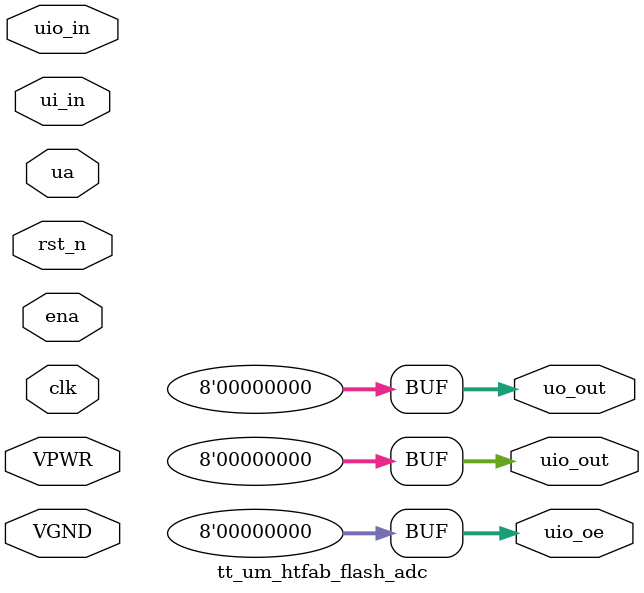
<source format=v>
module tt_um_htfab_flash_adc(	// file.cleaned.mlir:2:3
  input        VGND,	// file.cleaned.mlir:2:39
               VPWR,	// file.cleaned.mlir:2:54
  input  [7:0] ui_in,	// file.cleaned.mlir:2:69
               uio_in,	// file.cleaned.mlir:2:85
  inout  [7:0] ua,	// file.cleaned.mlir:2:105
  input        ena,	// file.cleaned.mlir:2:118
               clk,	// file.cleaned.mlir:2:132
               rst_n,	// file.cleaned.mlir:2:146
  output [7:0] uo_out,	// file.cleaned.mlir:2:163
               uio_out,	// file.cleaned.mlir:2:180
               uio_oe	// file.cleaned.mlir:2:198
);

  assign uo_out = 8'h0;	// file.cleaned.mlir:3:14, :4:5
  assign uio_out = 8'h0;	// file.cleaned.mlir:3:14, :4:5
  assign uio_oe = 8'h0;	// file.cleaned.mlir:3:14, :4:5
endmodule


</source>
